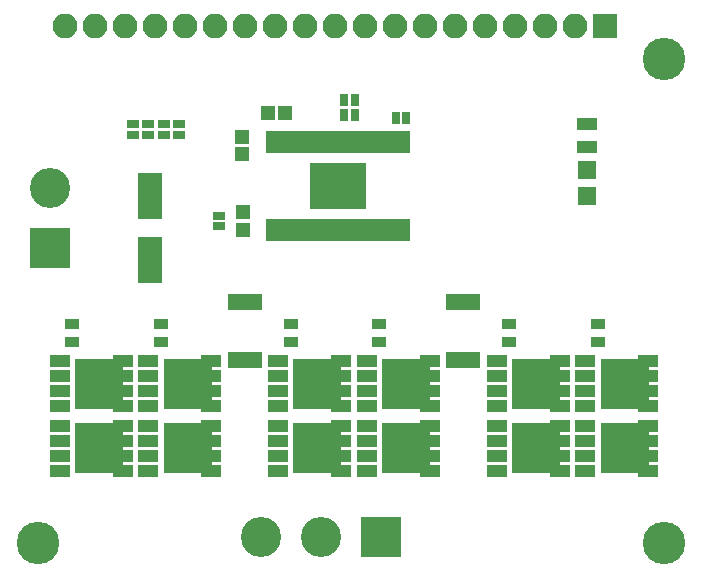
<source format=gts>
G04 #@! TF.FileFunction,Soldermask,Top*
%FSLAX46Y46*%
G04 Gerber Fmt 4.6, Leading zero omitted, Abs format (unit mm)*
G04 Created by KiCad (PCBNEW 4.0.7) date 04/04/18 16:23:25*
%MOMM*%
%LPD*%
G01*
G04 APERTURE LIST*
%ADD10C,0.100000*%
%ADD11C,3.600000*%
%ADD12R,2.900000X1.400000*%
%ADD13R,3.400000X3.400000*%
%ADD14C,3.400000*%
%ADD15R,1.670000X1.010000*%
%ADD16R,4.150000X4.310000*%
%ADD17R,1.000000X0.800000*%
%ADD18R,1.300000X0.900000*%
%ADD19R,0.800000X1.000000*%
%ADD20R,0.700000X1.950000*%
%ADD21R,4.820000X3.880000*%
%ADD22R,2.100000X2.100000*%
%ADD23O,2.100000X2.100000*%
%ADD24R,2.000000X3.900000*%
%ADD25R,1.150000X1.200000*%
%ADD26R,1.200000X1.150000*%
%ADD27R,1.600000X1.600000*%
%ADD28R,1.700000X1.100000*%
G04 APERTURE END LIST*
D10*
D11*
X212000000Y-99000000D03*
X159000000Y-140000000D03*
D12*
X195000000Y-124500000D03*
X195000000Y-119600000D03*
X176500000Y-124500000D03*
X176500000Y-119600000D03*
D13*
X188080000Y-139500000D03*
D14*
X183000000Y-139500000D03*
X177920000Y-139500000D03*
D13*
X160000000Y-115000000D03*
D14*
X160000000Y-109920000D03*
D15*
X203170000Y-133905000D03*
X203170000Y-132635000D03*
X203170000Y-131365000D03*
X197830000Y-130095000D03*
X197830000Y-131365000D03*
X197830000Y-132635000D03*
X197830000Y-133905000D03*
X203170000Y-130095000D03*
D16*
X201160000Y-132000000D03*
D15*
X210670000Y-128405000D03*
X210670000Y-127135000D03*
X210670000Y-125865000D03*
X205330000Y-124595000D03*
X205330000Y-125865000D03*
X205330000Y-127135000D03*
X205330000Y-128405000D03*
X210670000Y-124595000D03*
D16*
X208660000Y-126500000D03*
D15*
X203170000Y-128405000D03*
X203170000Y-127135000D03*
X203170000Y-125865000D03*
X197830000Y-124595000D03*
X197830000Y-125865000D03*
X197830000Y-127135000D03*
X197830000Y-128405000D03*
X203170000Y-124595000D03*
D16*
X201160000Y-126500000D03*
D15*
X192170000Y-133905000D03*
X192170000Y-132635000D03*
X192170000Y-131365000D03*
X186830000Y-130095000D03*
X186830000Y-131365000D03*
X186830000Y-132635000D03*
X186830000Y-133905000D03*
X192170000Y-130095000D03*
D16*
X190160000Y-132000000D03*
D15*
X184670000Y-133905000D03*
X184670000Y-132635000D03*
X184670000Y-131365000D03*
X179330000Y-130095000D03*
X179330000Y-131365000D03*
X179330000Y-132635000D03*
X179330000Y-133905000D03*
X184670000Y-130095000D03*
D16*
X182660000Y-132000000D03*
D15*
X192170000Y-128405000D03*
X192170000Y-127135000D03*
X192170000Y-125865000D03*
X186830000Y-124595000D03*
X186830000Y-125865000D03*
X186830000Y-127135000D03*
X186830000Y-128405000D03*
X192170000Y-124595000D03*
D16*
X190160000Y-126500000D03*
D15*
X184670000Y-128405000D03*
X184670000Y-127135000D03*
X184670000Y-125865000D03*
X179330000Y-124595000D03*
X179330000Y-125865000D03*
X179330000Y-127135000D03*
X179330000Y-128405000D03*
X184670000Y-124595000D03*
D16*
X182660000Y-126500000D03*
D15*
X173670000Y-133905000D03*
X173670000Y-132635000D03*
X173670000Y-131365000D03*
X168330000Y-130095000D03*
X168330000Y-131365000D03*
X168330000Y-132635000D03*
X168330000Y-133905000D03*
X173670000Y-130095000D03*
D16*
X171660000Y-132000000D03*
D15*
X166170000Y-133905000D03*
X166170000Y-132635000D03*
X166170000Y-131365000D03*
X160830000Y-130095000D03*
X160830000Y-131365000D03*
X160830000Y-132635000D03*
X160830000Y-133905000D03*
X166170000Y-130095000D03*
D16*
X164160000Y-132000000D03*
D15*
X173670000Y-128405000D03*
X173670000Y-127135000D03*
X173670000Y-125865000D03*
X168330000Y-124595000D03*
X168330000Y-125865000D03*
X168330000Y-127135000D03*
X168330000Y-128405000D03*
X173670000Y-124595000D03*
D16*
X171660000Y-126500000D03*
D15*
X166170000Y-128405000D03*
X166170000Y-127135000D03*
X166170000Y-125865000D03*
X160830000Y-124595000D03*
X160830000Y-125865000D03*
X160830000Y-127135000D03*
X160830000Y-128405000D03*
X166170000Y-124595000D03*
D16*
X164160000Y-126500000D03*
D15*
X210670000Y-133905000D03*
X210670000Y-132635000D03*
X210670000Y-131365000D03*
X205330000Y-130095000D03*
X205330000Y-131365000D03*
X205330000Y-132635000D03*
X205330000Y-133905000D03*
X210670000Y-130095000D03*
D16*
X208660000Y-132000000D03*
D17*
X170900000Y-105442000D03*
X170900000Y-104542000D03*
X167048000Y-105442000D03*
X167048000Y-104542000D03*
X168348000Y-104542000D03*
X168348000Y-105442000D03*
X169648000Y-104542000D03*
X169648000Y-105442000D03*
D18*
X206400000Y-121500000D03*
X206400000Y-123000000D03*
X198900000Y-121500000D03*
X198900000Y-123000000D03*
X187900000Y-121500000D03*
X187900000Y-123000000D03*
X180400000Y-121500000D03*
X180400000Y-123000000D03*
X169400000Y-121500000D03*
X169400000Y-123000000D03*
X161900000Y-121500000D03*
X161900000Y-123000000D03*
D19*
X185850000Y-103750000D03*
X184950000Y-103750000D03*
X190200000Y-104050000D03*
X189300000Y-104050000D03*
D17*
X174350000Y-113200000D03*
X174350000Y-112300000D03*
D20*
X183654000Y-106036000D03*
X184154000Y-106036000D03*
X189654000Y-106036000D03*
X189154000Y-106036000D03*
X188654000Y-106036000D03*
X188154000Y-106036000D03*
X187654000Y-106036000D03*
X187154000Y-106036000D03*
X186654000Y-106036000D03*
X186154000Y-106036000D03*
X185654000Y-106036000D03*
X185154000Y-106036000D03*
X184654000Y-106036000D03*
X190154000Y-106036000D03*
D21*
X184404000Y-109786000D03*
D20*
X183154000Y-106036000D03*
X182654000Y-106036000D03*
X182154000Y-106036000D03*
X181654000Y-106036000D03*
X181154000Y-106036000D03*
X180654000Y-106036000D03*
X180154000Y-106036000D03*
X179654000Y-106036000D03*
X179154000Y-106036000D03*
X178654000Y-106036000D03*
X178654000Y-113536000D03*
X179154000Y-113536000D03*
X179654000Y-113536000D03*
X180154000Y-113536000D03*
X180654000Y-113536000D03*
X181154000Y-113536000D03*
X181654000Y-113536000D03*
X182154000Y-113536000D03*
X182654000Y-113536000D03*
X183154000Y-113536000D03*
X183654000Y-113536000D03*
X184154000Y-113536000D03*
X184654000Y-113536000D03*
X185154000Y-113536000D03*
X185654000Y-113536000D03*
X186154000Y-113536000D03*
X186654000Y-113536000D03*
X187154000Y-113536000D03*
X187654000Y-113536000D03*
X188154000Y-113536000D03*
X188654000Y-113536000D03*
X189154000Y-113536000D03*
X189654000Y-113536000D03*
X190154000Y-113536000D03*
D19*
X185850000Y-102500000D03*
X184950000Y-102500000D03*
D22*
X207010000Y-96266000D03*
D23*
X204470000Y-96266000D03*
X201930000Y-96266000D03*
X199390000Y-96266000D03*
X196850000Y-96266000D03*
X194310000Y-96266000D03*
X191770000Y-96266000D03*
X189230000Y-96266000D03*
X186690000Y-96266000D03*
X184150000Y-96266000D03*
X181610000Y-96266000D03*
X179070000Y-96266000D03*
X176530000Y-96266000D03*
X173990000Y-96266000D03*
X171450000Y-96266000D03*
X168910000Y-96266000D03*
X166370000Y-96266000D03*
X163830000Y-96266000D03*
X161290000Y-96266000D03*
D11*
X212000000Y-140000000D03*
D24*
X168450000Y-116050000D03*
X168450000Y-110650000D03*
D25*
X176400000Y-112000000D03*
X176400000Y-113500000D03*
D26*
X178450000Y-103600000D03*
X179950000Y-103600000D03*
D25*
X176300000Y-107100000D03*
X176300000Y-105600000D03*
D27*
X205500000Y-108400000D03*
X205500000Y-110600000D03*
D28*
X205500000Y-106450000D03*
X205500000Y-104550000D03*
M02*

</source>
